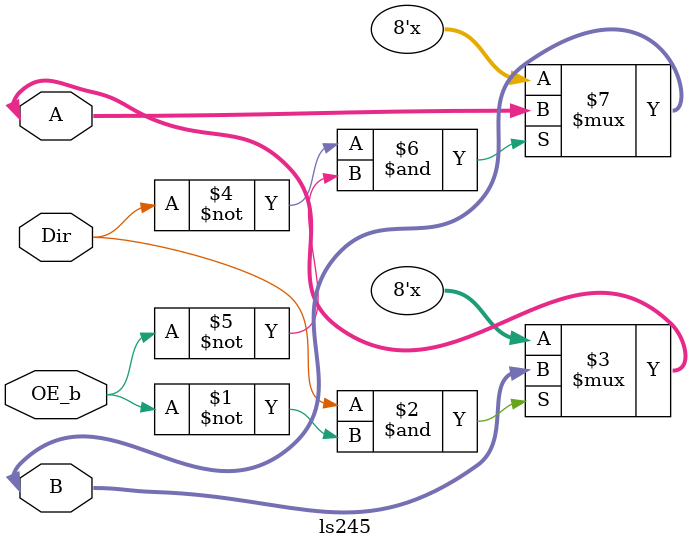
<source format=sv>

module ls245(A, B, Dir, OE_b);
    inout logic [7:0] A, B;
    input logic Dir, OE_b;

    assign A = (Dir & ~OE_b) ? B : 8'bzzzz_zzzz;
    assign B = (~Dir & ~OE_b) ?  A: 8'bzzzz_zzzz;
endmodule

</source>
